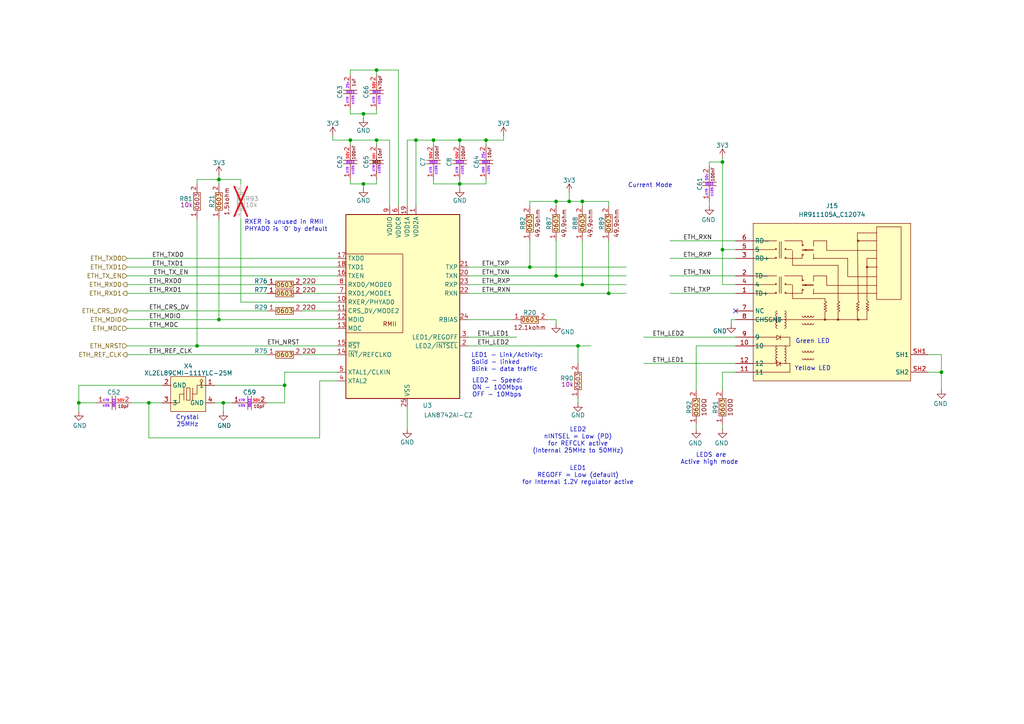
<source format=kicad_sch>
(kicad_sch (version 20250114) (generator "eeschema") (generator_version "9.0")
  (paper "A4")
  (lib_symbols
    (symbol "0603WAF220JT5E (22ohm , 0603)_1"
      (property "Reference" "R29" (at -6.858 1.016 0))
      (symbol "0603WAF220JT5E (22ohm , 0603)_1_0_1"
        (pin input line (at -5.08 0 0) (length 2.54) (name "") (number "1"))
        (pin input line (at 5.08 0 180) (length 2.54) (name "") (number "2"))
      )
      (symbol "0603WAF220JT5E (22ohm , 0603)_1_1_1"
        (text "0603" (at 0 0 0) (effects (font (size 1.27 1.27))))
        (text "22Ω" (at 7.112 1.016 0) (effects (font (size 1.27 1.27))))
      )
    )
    (symbol "easyeda2kicad:0603WAF1002T5E" (pin_names (hide yes))
      (property "Reference" "R" (at 0 5.08 0))
      (property "Value" "0603WAF1002T5E" (at 0 -5.08 0))
      (symbol "0603WAF1002T5E_0_1"
        (pin input line (at -5.08 0 0) (length 2.54) (name "1") (number "1"))
        (pin input line (at 5.08 0 180) (length 2.54) (name "2") (number "2"))
      )
    )
    (symbol "lampelKicadLIB:0603WAF1000T5E (100ohm , 0603)"
      (property "Reference" "R" (at 0 2.032 0))
      (symbol "0603WAF1000T5E (100ohm , 0603)_0_1"
        (pin input line (at -5.08 0 0) (length 2.54) (name "") (number "1"))
        (pin input line (at 5.08 0 180) (length 2.54) (name "") (number "2"))
      )
      (symbol "0603WAF1000T5E (100ohm , 0603)_1_1"
        (text "0603" (at 0 0 0) (effects (font (size 1.27 1.27))))
        (text "100Ω" (at 0 -2.286 0) (effects (font (size 1.27 1.27))))
      )
    )
    (symbol "lampelKicadLIB:0603WAF1212T5E (12.1kohm , 0603)"
      (property "Reference" "R" (at 0 2.032 0))
      (symbol "0603WAF1212T5E (12.1kohm , 0603)_0_1"
        (pin input line (at -5.08 0 0) (length 2.54) (name "") (number "1"))
        (pin input line (at 5.08 0 180) (length 2.54) (name "") (number "2"))
      )
      (symbol "0603WAF1212T5E (12.1kohm , 0603)_1_1"
        (text "0603" (at 0 0 0) (effects (font (size 1.27 1.27))))
        (text "12.1kohm" (at 0 -2.286 0) (effects (font (size 1.27 1.27))))
      )
    )
    (symbol "lampelKicadLIB:0603WAF1501T5E (1.5kohm , 0603)"
      (property "Reference" "R" (at 0 2.032 0))
      (symbol "0603WAF1501T5E (1.5kohm , 0603)_0_1"
        (pin input line (at -5.08 0 0) (length 2.54) (name "") (number "1"))
        (pin input line (at 5.08 0 180) (length 2.54) (name "") (number "2"))
      )
      (symbol "0603WAF1501T5E (1.5kohm , 0603)_1_1"
        (text "0603" (at 0 0 0) (effects (font (size 1.27 1.27))))
        (text "1.5kohm" (at 0 -2.286 0) (effects (font (size 1.27 1.27))))
      )
    )
    (symbol "lampelKicadLIB:0603WAF499JT5E (49.9ohm , 0603)"
      (property "Reference" "R" (at 0 2.032 0))
      (symbol "0603WAF499JT5E (49.9ohm , 0603)_0_1"
        (pin input line (at -5.08 0 0) (length 2.54) (name "") (number "1"))
        (pin input line (at 5.08 0 180) (length 2.54) (name "") (number "2"))
      )
      (symbol "0603WAF499JT5E (49.9ohm , 0603)_1_1"
        (text "0603" (at 0 0 0) (effects (font (size 1.27 1.27))))
        (text "49.9ohm" (at 0 -2.286 0) (effects (font (size 1.27 1.27))))
      )
    )
    (symbol "lampelKicadLIB:CC0603JRNPO9BN100 (10pF , 0603 ,50V ,X7R)"
      (property "Reference" "C" (at 0 3.048 0))
      (symbol "CC0603JRNPO9BN100 (10pF , 0603 ,50V ,X7R)_0_1"
        (pin input line (at -5.08 0 0) (length 2.54) (name "") (number "1"))
        (pin input line (at 5.08 0 180) (length 2.54) (name "") (number "2"))
      )
      (symbol "CC0603JRNPO9BN100 (10pF , 0603 ,50V ,X7R)_1_1"
        (text "X7R" (at -2.286 0.762 0) (effects (font (size 0.635 0.635))))
        (text "±5%" (at -2.286 -0.762 0) (effects (font (size 0.635 0.635))))
        (text "0603" (at 0 0 900) (effects (font (size 0.635 0.635))))
        (text "50V" (at 2.032 0.762 0) (effects (font (size 0.762 0.762))))
        (text "10pF" (at 2.794 -1.016 0) (effects (font (size 0.889 0.889))))
      )
    )
    (symbol "lampelKicadLIB:CC0603KRX7R9BB104 (100nF , 0603 ,50V ,X7R)"
      (property "Reference" "C" (at 0 3.048 0))
      (symbol "CC0603KRX7R9BB104 (100nF , 0603 ,50V ,X7R)_0_1"
        (pin input line (at -5.08 0 0) (length 2.54) (name "") (number "1"))
        (pin input line (at 5.08 0 180) (length 2.54) (name "") (number "2"))
      )
      (symbol "CC0603KRX7R9BB104 (100nF , 0603 ,50V ,X7R)_1_1"
        (text "X7R" (at -2.286 0.762 0) (effects (font (size 0.635 0.635))))
        (text "±10%" (at -2.286 -0.762 0) (effects (font (size 0.635 0.635))))
        (text "0603" (at 0 0 900) (effects (font (size 0.635 0.635))))
        (text "50V" (at 2.032 0.762 0) (effects (font (size 0.762 0.762))))
        (text "100nF" (at 2.794 -1.016 0) (effects (font (size 0.889 0.889))))
      )
    )
    (symbol "lampelKicadLIB:CC0603KRX7R9BB104 (100nf , 0603 ,50v ,X7R)"
      (property "Reference" "C" (at 0 2.794 0))
      (symbol "CC0603KRX7R9BB104 (100nf , 0603 ,50v ,X7R)_0_1"
        (pin unspecified line (at -5.08 0 0) (length 2.54) (name "") (number "1"))
        (pin unspecified line (at 5.08 0 180) (length 2.54) (name "") (number "2"))
      )
      (symbol "CC0603KRX7R9BB104 (100nf , 0603 ,50v ,X7R)_1_1"
        (text "X7R" (at -2.286 0.762 0) (effects (font (size 0.635 0.635))))
        (text "±10%" (at -2.286 -0.762 0) (effects (font (size 0.635 0.635))))
        (text "0603" (at 0 0 900) (effects (font (size 0.635 0.635))))
        (text "50v" (at 2.032 0.762 0) (effects (font (size 0.762 0.762))))
        (text "100nF" (at 2.794 -1.016 0) (effects (font (size 0.889 0.889))))
      )
    )
    (symbol "lampelKicadLIB:CC0603KRX7R9BB471 (470pF , 0603 ,50V ,X7R)"
      (property "Reference" "C" (at 0 3.048 0))
      (symbol "CC0603KRX7R9BB471 (470pF , 0603 ,50V ,X7R)_0_1"
        (pin input line (at -5.08 0 0) (length 2.54) (name "") (number "1"))
        (pin input line (at 5.08 0 180) (length 2.54) (name "") (number "2"))
      )
      (symbol "CC0603KRX7R9BB471 (470pF , 0603 ,50V ,X7R)_1_1"
        (text "X7R" (at -2.286 0.762 0) (effects (font (size 0.635 0.635))))
        (text "±10%" (at -2.286 -0.762 0) (effects (font (size 0.635 0.635))))
        (text "0603" (at 0 0 900) (effects (font (size 0.635 0.635))))
        (text "50V" (at 2.032 0.762 0) (effects (font (size 0.762 0.762))))
        (text "470pF" (at 2.794 -1.016 0) (effects (font (size 0.889 0.889))))
      )
    )
    (symbol "lampelKicadLIB:CL10A106MA8NRNC (10uf , 0603 ,25v ,X5R)"
      (property "Reference" "C" (at 0 2.794 0))
      (symbol "CL10A106MA8NRNC (10uf , 0603 ,25v ,X5R)_0_1"
        (pin unspecified line (at -5.08 0 0) (length 2.54) (name "") (number "1"))
        (pin unspecified line (at 5.08 0 180) (length 2.54) (name "") (number "2"))
      )
      (symbol "CL10A106MA8NRNC (10uf , 0603 ,25v ,X5R)_1_1"
        (text "X5R" (at -2.286 0.762 0) (effects (font (size 0.635 0.635))))
        (text "±20%" (at -2.286 -0.762 0) (effects (font (size 0.635 0.635))))
        (text "0603" (at 0 0 900) (effects (font (size 0.635 0.635))))
        (text "25v" (at 2.032 0.762 0) (effects (font (size 0.762 0.762))))
        (text "10uF" (at 2.794 -1.016 0) (effects (font (size 0.889 0.889))))
      )
    )
    (symbol "lampelKicadLIB:CL10B103KB8NNNC (10nf , 0603 , 50v , X7R)"
      (property "Reference" "C" (at 0 3.048 0))
      (symbol "CL10B103KB8NNNC (10nf , 0603 , 50v , X7R)_0_1"
        (text "50V" (at 1.778 0.762 0) (effects (font (size 0.635 0.635))))
        (pin input line (at -5.08 0 0) (length 2.54) (name "") (number "1"))
        (pin input line (at 5.08 0 180) (length 2.54) (name "") (number "2"))
      )
      (symbol "CL10B103KB8NNNC (10nf , 0603 , 50v , X7R)_1_1"
        (text "±10%" (at -2.032 -0.762 0) (effects (font (size 0.635 0.635))))
        (text "X7R" (at -1.778 0.762 0) (effects (font (size 0.635 0.635))))
        (text "0603" (at 0 0 900) (effects (font (size 0.635 0.635))))
        (text "10nF" (at 2.54 -1.016 0) (effects (font (size 0.889 0.889))))
      )
    )
    (symbol "lampelKicadLIB:CL10B105KA8NNNC (1uf ,0603 ,25v ,X7R)"
      (property "Reference" "C" (at 0 3.048 0))
      (symbol "CL10B105KA8NNNC (1uf ,0603 ,25v ,X7R)_0_1"
        (pin unspecified line (at -5.08 0 0) (length 2.54) (name "") (number "1"))
        (pin unspecified line (at 5.08 0 180) (length 2.54) (name "") (number "2"))
      )
      (symbol "CL10B105KA8NNNC (1uf ,0603 ,25v ,X7R)_1_1"
        (text "X7R" (at -2.286 0.762 0) (effects (font (size 0.635 0.635))))
        (text "±10%" (at -2.286 -0.762 0) (effects (font (size 0.635 0.635))))
        (text "0603" (at 0 0 900) (effects (font (size 0.635 0.635))))
        (text "25v" (at 2.032 0.762 0) (effects (font (size 0.762 0.762))))
        (text "1uF" (at 2.794 -1.016 0) (effects (font (size 0.889 0.889))))
      )
    )
    (symbol "lampelKicadLIB:HR911105A_C12074"
      (property "Reference" "J" (at 0 22.86 0))
      (property "Value" "HR911105A_C12074" (at 0 -25.4 0))
      (symbol "HR911105A_C12074_0_1"
        (pin unspecified line (at -27.94 17.78 0) (length 5.08) (name "RD-") (number "6"))
        (pin unspecified line (at -27.94 15.24 0) (length 5.08) (name "5") (number "5"))
        (pin unspecified line (at -27.94 12.7 0) (length 5.08) (name "RD+") (number "3"))
        (pin unspecified line (at -27.94 7.62 0) (length 5.08) (name "TD-") (number "2"))
        (pin unspecified line (at -27.94 5.08 0) (length 5.08) (name "4") (number "4"))
        (pin unspecified line (at -27.94 2.54 0) (length 5.08) (name "TD+") (number "1"))
        (pin unspecified line (at -27.94 -2.54 0) (length 5.08) (name "NC") (number "7"))
        (pin unspecified line (at -27.94 -5.08 0) (length 5.08) (name "CHSGND") (number "8"))
        (pin unspecified line (at -27.94 -10.16 0) (length 5.08) (name "9") (number "9"))
        (pin unspecified line (at -27.94 -12.7 0) (length 5.08) (name "10") (number "10"))
        (pin unspecified line (at -27.94 -17.78 0) (length 5.08) (name "12") (number "12"))
        (pin unspecified line (at -27.94 -20.32 0) (length 5.08) (name "11") (number "11"))
        (pin unspecified line (at 27.94 -15.24 180) (length 5.08) (name "SH1") (number "SH1"))
        (pin unspecified line (at 27.94 -20.32 180) (length 5.08) (name "SH2") (number "SH2"))
      )
    )
    (symbol "lampelKicadLIB:LAN8742AI-CZ"
      (property "Reference" "U" (at 5.842 -27.432 0))
      (property "Value" "LAN8742AI-CZ" (at 11.938 -30.226 0))
      (symbol "LAN8742AI-CZ_0_0"
        (text "RMII" (at -5.08 -3.81 0) (effects (font (size 1.27 1.27))))
      )
      (symbol "LAN8742AI-CZ_1_1"
        (pin input line (at -20.32 15.24 0) (length 2.54) (name "TXD0") (number "17"))
        (pin input line (at -20.32 12.7 0) (length 2.54) (name "TXD1") (number "18"))
        (pin input line (at -20.32 10.16 0) (length 2.54) (name "TXEN") (number "16"))
        (pin bidirectional line (at -20.32 7.62 0) (length 2.54) (name "RXD0/MODE0") (number "8"))
        (pin bidirectional line (at -20.32 5.08 0) (length 2.54) (name "RXD1/MODE1") (number "7"))
        (pin output line (at -20.32 2.54 0) (length 2.54) (name "RXER/PHYAD0") (number "10"))
        (pin bidirectional line (at -20.32 0 0) (length 2.54) (name "CRS_DV/MODE2") (number "11"))
        (pin bidirectional line (at -20.32 -2.54 0) (length 2.54) (name "MDIO") (number "12"))
        (pin input line (at -20.32 -5.08 0) (length 2.54) (name "MDC") (number "13"))
        (pin input line (at -20.32 -10.16 0) (length 2.54) (name "~{RST}") (number "15"))
        (pin output line (at -20.32 -12.7 0) (length 2.54) (name "~{INT}/REFCLKO") (number "14"))
        (pin input line (at -20.32 -17.78 0) (length 2.54) (name "XTAL1/CLKIN") (number "5"))
        (pin output line (at -20.32 -20.32 0) (length 2.54) (name "XTAL2") (number "4"))
        (pin power_in line (at -5.08 30.48 270) (length 2.54) (name "VDDIO") (number "9"))
        (pin power_in line (at -2.54 30.48 270) (length 2.54) (name "VDDCR") (number "6"))
        (pin power_in line (at 0 30.48 270) (length 2.54) (name "VDD1A") (number "19"))
        (pin power_in line (at 0 -27.94 90) (length 2.54) (name "VSS") (number "25"))
        (pin power_in line (at 2.54 30.48 270) (length 2.54) (name "VDD2A") (number "1"))
        (pin passive line (at 17.78 12.7 180) (length 2.54) (name "TXP") (number "21"))
        (pin passive line (at 17.78 10.16 180) (length 2.54) (name "TXN") (number "20"))
        (pin passive line (at 17.78 7.62 180) (length 2.54) (name "RXP") (number "23"))
        (pin passive line (at 17.78 5.08 180) (length 2.54) (name "RXN") (number "22"))
        (pin passive line (at 17.78 -2.54 180) (length 2.54) (name "RBIAS") (number "24"))
        (pin bidirectional line (at 17.78 -7.62 180) (length 2.54) (name "LED1/REGOFF") (number "3"))
        (pin bidirectional line (at 17.78 -10.16 180) (length 2.54) (name "LED2/~{INTSEL}") (number "2"))
      )
    )
    (symbol "lampelKicadLIB:XL2EL89CMI-111YLC-25M"
      (property "Reference" "X" (at 0 7.62 0))
      (property "Value" "XL2EL89CMI-111YLC-25M" (at 0 -7.62 0))
      (symbol "XL2EL89CMI-111YLC-25M_0_1"
        (pin input line (at -7.62 2.54 0) (length 2.54) (name "GND") (number "4"))
        (pin input line (at -7.62 -2.54 0) (length 2.54) (name "1") (number "1"))
        (pin input line (at 7.62 2.54 180) (length 2.54) (name "3") (number "3"))
        (pin input line (at 7.62 -2.54 180) (length 2.54) (name "GND") (number "2"))
      )
    )
    (symbol "power:GND" (power) (pin_numbers (hide yes)) (pin_names (offset 0) (hide yes))
      (property "Value" "GND" (at 0 -3.81 0))
      (symbol "GND_1_1"
        (pin power_in line (at 0 0 270) (length 0) (name "~") (number "1"))
      )
    )
    (symbol "power:VDD" (power) (pin_numbers (hide yes)) (pin_names (offset 0) (hide yes))
      (property "Value" "VDD" (at 0 3.556 0))
      (symbol "VDD_1_1"
        (pin power_in line (at 0 0 90) (length 0) (name "~") (number "1"))
      )
    )
  )
  (text "LED2 - Speed:\nON - 100Mbps\nOFF - 10Mbps" (at 136.906 112.522 0) (effects (font (size 1.27 1.27)) (justify left)))
  (text "Yellow LED" (at 235.712 106.934 0) (effects (font (size 1.27 1.27))))
  (text "RXER is unused in RMII\nPHYAD0 is '0' by default" (at 70.866 65.532 0) (effects (font (size 1.27 1.27)) (justify left)))
  (text "Green LED" (at 235.712 99.06 0) (effects (font (size 1.27 1.27))))
  (text "Crystal\n25MHz" (at 54.356 122.174 0) (effects (font (size 1.27 1.27))))
  (text "LEDS are\nActive high mode " (at 206.248 133.096 0) (effects (font (size 1.27 1.27))))
  (text "LED1 - Link/Activity:\nSolid - linked\nBlink - data traffic" (at 136.652 105.156 0) (effects (font (size 1.27 1.27)) (justify left)))
  (text "Current Mode" (at 182.118 53.848 0) (effects (font (size 1.27 1.27)) (justify left)))
  (text "LED2\nnINTSEL = Low (PD)\nfor REFCLK active\n(Internal 25MHz to 50MHz)" (at 167.64 127.762 0) (effects (font (size 1.27 1.27))))
  (text "LED1\nREGOFF = Low (default)\nfor Internal 1.2V regulator active\n" (at 167.64 137.922 0) (effects (font (size 1.27 1.27))))
  (junction (at 168.91 58.42))
  (junction (at 168.91 82.55))
  (junction (at 22.86 116.84))
  (junction (at 167.64 100.33))
  (junction (at 57.15 100.33))
  (junction (at 140.97 40.64))
  (junction (at 161.29 58.42))
  (junction (at 125.73 40.64))
  (junction (at 120.65 40.64))
  (junction (at 209.55 72.39))
  (junction (at 105.41 53.34))
  (junction (at 43.18 116.84))
  (junction (at 64.77 116.84))
  (junction (at 273.05 107.95))
  (junction (at 82.55 111.76))
  (junction (at 63.5 52.07))
  (junction (at 109.22 40.64))
  (junction (at 161.29 80.01))
  (junction (at 63.5 92.71))
  (junction (at 101.6 40.64))
  (junction (at 105.41 33.02))
  (junction (at 153.67 77.47))
  (junction (at 133.35 53.34))
  (junction (at 165.1 58.42))
  (junction (at 176.53 85.09))
  (junction (at 133.35 40.64))
  (junction (at 109.22 20.32))
  (junction (at 209.55 46.99))
  (no_connect (at 213.36 90.17))
  (wire (pts (xy 153.67 58.42) (xy 153.67 59.69)))
  (wire (pts (xy 165.1 58.42) (xy 168.91 58.42)))
  (wire (pts (xy 97.79 107.95) (xy 82.55 107.95)))
  (wire (pts (xy 43.18 116.84) (xy 43.18 127)))
  (wire (pts (xy 82.55 111.76) (xy 82.55 116.84)))
  (wire (pts (xy 205.74 46.99) (xy 209.55 46.99)))
  (wire (pts (xy 105.41 53.34) (xy 105.41 54.61)))
  (wire (pts (xy 135.89 92.71) (xy 148.59 92.71)))
  (wire (pts (xy 101.6 52.07) (xy 101.6 53.34)))
  (wire (pts (xy 176.53 85.09) (xy 181.61 85.09)))
  (wire (pts (xy 135.89 97.79) (xy 149.86 97.79)))
  (wire (pts (xy 36.83 95.25) (xy 97.79 95.25)))
  (wire (pts (xy 96.52 40.64) (xy 101.6 40.64)))
  (wire (pts (xy 101.6 40.64) (xy 101.6 41.91)))
  (wire (pts (xy 194.31 69.85) (xy 213.36 69.85)))
  (wire (pts (xy 273.05 102.87) (xy 273.05 107.95)))
  (wire (pts (xy 213.36 100.33) (xy 201.93 100.33)))
  (wire (pts (xy 109.22 20.32) (xy 115.57 20.32)))
  (wire (pts (xy 158.75 92.71) (xy 161.29 92.71)))
  (wire (pts (xy 135.89 100.33) (xy 167.64 100.33)))
  (wire (pts (xy 109.22 40.64) (xy 109.22 41.91)))
  (wire (pts (xy 57.15 63.5) (xy 57.15 100.33)))
  (wire (pts (xy 161.29 58.42) (xy 161.29 59.69)))
  (wire (pts (xy 125.73 40.64) (xy 125.73 41.91)))
  (wire (pts (xy 22.86 116.84) (xy 27.94 116.84)))
  (wire (pts (xy 118.11 40.64) (xy 120.65 40.64)))
  (wire (pts (xy 273.05 107.95) (xy 273.05 113.03)))
  (wire (pts (xy 109.22 33.02) (xy 105.41 33.02)))
  (wire (pts (xy 205.74 48.26) (xy 205.74 46.99)))
  (wire (pts (xy 140.97 40.64) (xy 133.35 40.64)))
  (wire (pts (xy 194.31 74.93) (xy 213.36 74.93)))
  (wire (pts (xy 96.52 40.64) (xy 96.52 39.37)))
  (wire (pts (xy 209.55 123.19) (xy 209.55 124.46)))
  (wire (pts (xy 36.83 100.33) (xy 57.15 100.33)))
  (wire (pts (xy 161.29 80.01) (xy 181.61 80.01)))
  (wire (pts (xy 118.11 118.11) (xy 118.11 124.46)))
  (wire (pts (xy 209.55 72.39) (xy 209.55 82.55)))
  (wire (pts (xy 69.85 63.5) (xy 69.85 87.63)))
  (wire (pts (xy 146.05 40.64) (xy 146.05 39.37)))
  (wire (pts (xy 176.53 69.85) (xy 176.53 85.09)))
  (wire (pts (xy 140.97 52.07) (xy 140.97 53.34)))
  (wire (pts (xy 135.89 77.47) (xy 153.67 77.47)))
  (wire (pts (xy 153.67 69.85) (xy 153.67 77.47)))
  (wire (pts (xy 165.1 55.88) (xy 165.1 58.42)))
  (wire (pts (xy 168.91 82.55) (xy 181.61 82.55)))
  (wire (pts (xy 63.5 63.5) (xy 63.5 92.71)))
  (wire (pts (xy 167.64 115.57) (xy 167.64 116.84)))
  (wire (pts (xy 133.35 53.34) (xy 133.35 54.61)))
  (wire (pts (xy 87.63 85.09) (xy 97.79 85.09)))
  (wire (pts (xy 38.1 116.84) (xy 43.18 116.84)))
  (wire (pts (xy 57.15 100.33) (xy 97.79 100.33)))
  (wire (pts (xy 209.55 82.55) (xy 213.36 82.55)))
  (wire (pts (xy 109.22 53.34) (xy 105.41 53.34)))
  (wire (pts (xy 161.29 58.42) (xy 165.1 58.42)))
  (wire (pts (xy 69.85 53.34) (xy 69.85 52.07)))
  (wire (pts (xy 105.41 33.02) (xy 105.41 34.29)))
  (wire (pts (xy 209.55 46.99) (xy 209.55 45.72)))
  (wire (pts (xy 36.83 102.87) (xy 77.47 102.87)))
  (wire (pts (xy 269.24 107.95) (xy 273.05 107.95)))
  (wire (pts (xy 161.29 92.71) (xy 161.29 93.98)))
  (wire (pts (xy 168.91 58.42) (xy 176.53 58.42)))
  (wire (pts (xy 161.29 69.85) (xy 161.29 80.01)))
  (wire (pts (xy 64.77 116.84) (xy 67.31 116.84)))
  (wire (pts (xy 269.24 102.87) (xy 273.05 102.87)))
  (wire (pts (xy 63.5 92.71) (xy 97.79 92.71)))
  (wire (pts (xy 118.11 59.69) (xy 118.11 40.64)))
  (wire (pts (xy 22.86 111.76) (xy 22.86 116.84)))
  (wire (pts (xy 101.6 20.32) (xy 109.22 20.32)))
  (wire (pts (xy 133.35 52.07) (xy 133.35 53.34)))
  (wire (pts (xy 87.63 82.55) (xy 97.79 82.55)))
  (wire (pts (xy 64.77 116.84) (xy 64.77 119.38)))
  (wire (pts (xy 205.74 58.42) (xy 205.74 59.69)))
  (wire (pts (xy 63.5 52.07) (xy 57.15 52.07)))
  (wire (pts (xy 209.55 46.99) (xy 209.55 72.39)))
  (wire (pts (xy 213.36 107.95) (xy 209.55 107.95)))
  (wire (pts (xy 135.89 80.01) (xy 161.29 80.01)))
  (wire (pts (xy 201.93 100.33) (xy 201.93 113.03)))
  (wire (pts (xy 186.69 105.41) (xy 213.36 105.41)))
  (wire (pts (xy 101.6 20.32) (xy 101.6 21.59)))
  (wire (pts (xy 92.71 110.49) (xy 97.79 110.49)))
  (wire (pts (xy 168.91 69.85) (xy 168.91 82.55)))
  (wire (pts (xy 125.73 52.07) (xy 125.73 53.34)))
  (wire (pts (xy 101.6 31.75) (xy 101.6 33.02)))
  (wire (pts (xy 43.18 116.84) (xy 46.99 116.84)))
  (wire (pts (xy 43.18 127) (xy 92.71 127)))
  (wire (pts (xy 109.22 31.75) (xy 109.22 33.02)))
  (wire (pts (xy 36.83 90.17) (xy 77.47 90.17)))
  (wire (pts (xy 153.67 58.42) (xy 161.29 58.42)))
  (wire (pts (xy 62.23 111.76) (xy 82.55 111.76)))
  (wire (pts (xy 63.5 50.8) (xy 63.5 52.07)))
  (wire (pts (xy 82.55 107.95) (xy 82.55 111.76)))
  (wire (pts (xy 140.97 40.64) (xy 146.05 40.64)))
  (wire (pts (xy 63.5 53.34) (xy 63.5 52.07)))
  (wire (pts (xy 36.83 85.09) (xy 77.47 85.09)))
  (wire (pts (xy 140.97 41.91) (xy 140.97 40.64)))
  (wire (pts (xy 167.64 100.33) (xy 167.64 105.41)))
  (wire (pts (xy 153.67 77.47) (xy 181.61 77.47)))
  (wire (pts (xy 201.93 123.19) (xy 201.93 124.46)))
  (wire (pts (xy 120.65 59.69) (xy 120.65 40.64)))
  (wire (pts (xy 168.91 58.42) (xy 168.91 59.69)))
  (wire (pts (xy 87.63 90.17) (xy 97.79 90.17)))
  (wire (pts (xy 36.83 77.47) (xy 97.79 77.47)))
  (wire (pts (xy 212.09 92.71) (xy 212.09 93.98)))
  (wire (pts (xy 62.23 116.84) (xy 64.77 116.84)))
  (wire (pts (xy 194.31 80.01) (xy 213.36 80.01)))
  (wire (pts (xy 69.85 87.63) (xy 97.79 87.63)))
  (wire (pts (xy 36.83 74.93) (xy 97.79 74.93)))
  (wire (pts (xy 36.83 82.55) (xy 77.47 82.55)))
  (wire (pts (xy 36.83 80.01) (xy 97.79 80.01)))
  (wire (pts (xy 135.89 82.55) (xy 168.91 82.55)))
  (wire (pts (xy 101.6 40.64) (xy 109.22 40.64)))
  (wire (pts (xy 113.03 59.69) (xy 113.03 40.64)))
  (wire (pts (xy 92.71 127) (xy 92.71 110.49)))
  (wire (pts (xy 209.55 107.95) (xy 209.55 113.03)))
  (wire (pts (xy 46.99 111.76) (xy 22.86 111.76)))
  (wire (pts (xy 22.86 116.84) (xy 22.86 119.38)))
  (wire (pts (xy 109.22 20.32) (xy 109.22 21.59)))
  (wire (pts (xy 87.63 102.87) (xy 97.79 102.87)))
  (wire (pts (xy 140.97 53.34) (xy 133.35 53.34)))
  (wire (pts (xy 186.69 97.79) (xy 213.36 97.79)))
  (wire (pts (xy 194.31 85.09) (xy 213.36 85.09)))
  (wire (pts (xy 133.35 40.64) (xy 133.35 41.91)))
  (wire (pts (xy 36.83 92.71) (xy 63.5 92.71)))
  (wire (pts (xy 109.22 40.64) (xy 113.03 40.64)))
  (wire (pts (xy 133.35 40.64) (xy 125.73 40.64)))
  (wire (pts (xy 115.57 20.32) (xy 115.57 59.69)))
  (wire (pts (xy 69.85 52.07) (xy 63.5 52.07)))
  (wire (pts (xy 77.47 116.84) (xy 82.55 116.84)))
  (wire (pts (xy 135.89 85.09) (xy 176.53 85.09)))
  (wire (pts (xy 213.36 72.39) (xy 209.55 72.39)))
  (wire (pts (xy 213.36 92.71) (xy 212.09 92.71)))
  (wire (pts (xy 167.64 100.33) (xy 171.45 100.33)))
  (wire (pts (xy 57.15 52.07) (xy 57.15 53.34)))
  (wire (pts (xy 120.65 40.64) (xy 125.73 40.64)))
  (wire (pts (xy 101.6 33.02) (xy 105.41 33.02)))
  (wire (pts (xy 101.6 53.34) (xy 105.41 53.34)))
  (wire (pts (xy 125.73 53.34) (xy 133.35 53.34)))
  (wire (pts (xy 109.22 52.07) (xy 109.22 53.34)))
  (wire (pts (xy 176.53 58.42) (xy 176.53 59.69)))
  (label "ETH_RXD0" (at 43.18 82.55 0))
  (label "ETH_LED1" (at 189.23 105.41 0))
  (label "ETH_TXN" (at 198.12 80.01 0))
  (label "ETH_NRST" (at 77.47 100.33 0))
  (label "ETH_TXD1" (at 53.34 77.47 180))
  (label "ETH_RXN" (at 139.7 85.09 0))
  (label "ETH_LED2" (at 189.23 97.79 0))
  (label "ETH_TXP" (at 139.7 77.47 0))
  (label "ETH_MDIO" (at 43.18 92.71 0))
  (label "ETH_RXP" (at 198.12 74.93 0))
  (label "ETH_MDC" (at 43.18 95.25 0))
  (label "ETH_RXP" (at 139.7 82.55 0))
  (label "ETH_TXP" (at 198.12 85.09 0))
  (label "ETH_RXN" (at 198.12 69.85 0))
  (label "ETH_LED1" (at 138.43 97.79 0))
  (label "ETH_TXN" (at 139.7 80.01 0))
  (label "ETH_TXD0" (at 53.34 74.93 180))
  (label "ETH_LED2" (at 138.43 100.33 0))
  (label "ETH_CRS_DV" (at 43.18 90.17 0))
  (label "ETH_TX_EN" (at 44.45 80.01 0))
  (label "ETH_REF_CLK" (at 43.18 102.87 0))
  (label "ETH_RXD1" (at 43.18 85.09 0))
  (hierarchical_label "ETH_NRST" (shape input) (at 36.83 100.33 180))
  (hierarchical_label "ETH_RXD0" (shape output) (at 36.83 82.55 180))
  (hierarchical_label "ETH_REF_CLK" (shape output) (at 36.83 102.87 180))
  (hierarchical_label "ETH_RXD1" (shape output) (at 36.83 85.09 180))
  (hierarchical_label "ETH_TXD0" (shape input) (at 36.83 74.93 180))
  (hierarchical_label "ETH_TXD1" (shape input) (at 36.83 77.47 180))
  (hierarchical_label "ETH_TX_EN" (shape input) (at 36.83 80.01 180))
  (hierarchical_label "ETH_MDC" (shape input) (at 36.83 95.25 180))
  (hierarchical_label "ETH_MDIO" (shape bidirectional) (at 36.83 92.71 180))
  (hierarchical_label "ETH_CRS_DV" (shape output) (at 36.83 90.17 180))
  (symbol (lib_id "lampelKicadLIB:CC0603KRX7R9BB471 (470pF , 0603 ,50V ,X7R)") (at 109.22 26.67 90) (unit 1)
    (property "Reference" "C66" (at 106.172 26.67 0))
    (property "Value" "CC0603KRX7R9BB471 (470pF , 0603 ,50V ,X7R)" (effects (hide yes)))
    (property "Footprint" "easyeda2kicad:C0603" (effects (hide yes)))
    (property "Datasheet" "https://www.lcsc.com/product-detail/C107092.html" (effects (hide yes)))
    (property "Description" "470pF ±10% 50V Ceramic Capacitor X7R 0603" (effects (hide yes)))
    (property "LCSC Part" "C107092" (effects (hide yes)))
  )
  (symbol (lib_name "0603WAF220JT5E (22ohm , 0603)_1") (lib_id "lampelKicadLIB:0603WAF220JT5E (22ohm , 0603)") (at 82.55 102.87 0) (unit 1)
    (property "Reference" "R75" (at 75.692 101.854 0))
    (property "Value" "603WAF220JT5E (22ohm , 0603)" (effects (hide yes)))
    (property "Footprint" "easyeda2kicad:R0603" (effects (hide yes)))
    (property "Datasheet" "https://lcsc.com/product-detail/Chip-Resistor-Surface-Mount-UniOhm_22R-22R0-1_C23345.html" (effects (hide yes)))
    (property "Description" "22Ω ±1% 100mW 0603 Thick Film Resistor" (effects (hide yes)))
    (property "LCSC Part" "C23345" (effects (hide yes)))
  )
  (symbol (lib_id "power:GND") (at 273.05 113.03 0) (mirror y) (unit 1)
    (property "Reference" "#PWR0169" (effects (hide yes)))
    (property "Value" "GND" (at 272.796 117.094 0))
    (property "Description" "Power symbol creates a global label with name \"GND\" , ground" (effects (hide yes)))
  )
  (symbol (lib_id "easyeda2kicad:0603WAF1002T5E") (at 57.15 58.42 270) (mirror x) (unit 1)
    (property "Reference" "R81" (at 55.88 57.658 90) (effects (justify right)))
    (property "Value" "0603WAF1002T5E" (effects (hide yes)))
    (property "Footprint" "easyeda2kicad:R0603" (effects (hide yes)))
    (property "Datasheet" "https://lcsc.com/product-detail/Chip-Resistor-Surface-Mount-UniOhm_10KR-1002-1_C25804.html" (effects (hide yes)))
    (property "Description" "10k" (at 54.102 59.436 90))
    (property "LCSC Part" "C25804" (effects (hide yes)))
    (property "Field6" "0603" (at 57.15 58.42 0))
  )
  (symbol (lib_id "easyeda2kicad:0603WAF1002T5E") (at 69.85 58.42 90) (unit 1) (exclude_from_sim yes) (in_bom no) (dnp yes)
    (property "Reference" "R93" (at 71.12 57.658 90) (effects (justify right)))
    (property "Value" "0603WAF1002T5E" (effects (hide yes)))
    (property "Footprint" "easyeda2kicad:R0603" (effects (hide yes)))
    (property "Datasheet" "https://lcsc.com/product-detail/Chip-Resistor-Surface-Mount-UniOhm_10KR-1002-1_C25804.html" (effects (hide yes)))
    (property "Description" "10k" (at 72.898 59.436 90))
    (property "LCSC Part" "C25804" (effects (hide yes)))
    (property "Field6" "0603" (at 69.85 58.42 0))
  )
  (symbol (lib_id "lampelKicadLIB:HR911105A_C12074") (at 241.3 87.63 0) (unit 1)
    (property "Reference" "J15" (at 241.3 59.69 0))
    (property "Value" "HR911105A_C12074" (at 241.3 62.23 0))
    (property "Footprint" "easyeda2kicad:RJ45-TH_HR911105A" (effects (hide yes)))
    (property "Datasheet" "https://www.lcsc.com/product-detail/C12074.html" (effects (hide yes)))
    (property "Description" "Jack Modular Connector RJ45 Through Hole" (effects (hide yes)))
    (property "LCSC Part" "C12074" (effects (hide yes)))
  )
  (symbol (lib_name "0603WAF220JT5E (22ohm , 0603)_1") (lib_id "lampelKicadLIB:0603WAF220JT5E (22ohm , 0603)") (at 82.55 82.55 0) (unit 1)
    (property "Reference" "R76" (at 75.692 81.534 0))
    (property "Value" "603WAF220JT5E (22ohm , 0603)" (effects (hide yes)))
    (property "Footprint" "easyeda2kicad:R0603" (effects (hide yes)))
    (property "Datasheet" "https://lcsc.com/product-detail/Chip-Resistor-Surface-Mount-UniOhm_22R-22R0-1_C23345.html" (effects (hide yes)))
    (property "Description" "22Ω ±1% 100mW 0603 Thick Film Resistor" (effects (hide yes)))
    (property "LCSC Part" "C23345" (effects (hide yes)))
  )
  (symbol (lib_id "power:GND") (at 212.09 93.98 0) (mirror y) (unit 1)
    (property "Reference" "#PWR0171" (effects (hide yes)))
    (property "Value" "GND" (at 208.788 96.012 0))
    (property "Description" "Power symbol creates a global label with name \"GND\" , ground" (effects (hide yes)))
  )
  (symbol (lib_id "lampelKicadLIB:0603WAF1000T5E (100ohm , 0603)") (at 209.55 118.11 90) (unit 1)
    (property "Reference" "R91" (at 207.518 118.11 0))
    (property "Value" "603WAF1000T5E (100ohm , 0603)" (effects (hide yes)))
    (property "Footprint" "easyeda2kicad:R0603" (effects (hide yes)))
    (property "Datasheet" "https://lcsc.com/product-detail/Chip-Resistor-Surface-Mount-UniOhm_100R-1000-1_C22775.html" (effects (hide yes)))
    (property "Description" "100Ω ±1% 100mW 0603 Thick Film Resistor" (effects (hide yes)))
    (property "LCSC Part" "C22775" (effects (hide yes)))
  )
  (symbol (lib_id "lampelKicadLIB:0603WAF499JT5E (49.9ohm , 0603)") (at 176.53 64.77 90) (unit 1)
    (property "Reference" "R89" (at 174.498 64.77 0))
    (property "Value" "0603WAF499JT5E (49.9ohm , 0603)" (effects (hide yes)))
    (property "Footprint" "easyeda2kicad:R0603" (effects (hide yes)))
    (property "Datasheet" "https://www.lcsc.com/product-detail/C23185.html" (effects (hide yes)))
    (property "Description" "49.9Ω ±1% 100mW 0603 Thick Film Resistor" (effects (hide yes)))
    (property "LCSC Part" "C23185" (effects (hide yes)))
  )
  (symbol (lib_id "lampelKicadLIB:CL10B105KA8NNNC (1uf ,0603 ,25v ,X7R)") (at 101.6 26.67 90) (unit 1)
    (property "Reference" "C63" (at 98.552 26.67 0))
    (property "Value" "CL10B105KA8NNNC (1uf ,0603 ,25v ,X7R)" (effects (hide yes)))
    (property "Footprint" "easyeda2kicad:C0603" (effects (hide yes)))
    (property "Datasheet" "https://lcsc.com/product-detail/Multilayer-Ceramic-Capacitors-MLCC-SMD-SMT_SAMSUNG_CL10B105KA8NNNC_1uF-105-10-25V-X7R_C29936.html" (effects (hide yes)))
    (property "Description" "1uF ±10% 25V Ceramic Capacitor X7R 0603" (effects (hide yes)))
    (property "LCSC Part" "C29936" (effects (hide yes)))
  )
  (symbol (lib_id "power:GND") (at 64.77 119.38 0) (unit 1)
    (property "Reference" "#PWR076" (effects (hide yes)))
    (property "Value" "GND" (at 65.024 123.444 0))
    (property "Description" "Power symbol creates a global label with name \"GND\" , ground" (effects (hide yes)))
  )
  (symbol (lib_id "lampelKicadLIB:0603WAF499JT5E (49.9ohm , 0603)") (at 161.29 64.77 90) (unit 1)
    (property "Reference" "R87" (at 159.258 64.77 0))
    (property "Value" "0603WAF499JT5E (49.9ohm , 0603)" (effects (hide yes)))
    (property "Footprint" "easyeda2kicad:R0603" (effects (hide yes)))
    (property "Datasheet" "https://www.lcsc.com/product-detail/C23185.html" (effects (hide yes)))
    (property "Description" "49.9Ω ±1% 100mW 0603 Thick Film Resistor" (effects (hide yes)))
    (property "LCSC Part" "C23185" (effects (hide yes)))
  )
  (symbol (lib_id "lampelKicadLIB:0603WAF1212T5E (12.1kohm , 0603)") (at 153.67 92.71 0) (unit 1)
    (property "Reference" "R20" (at 153.67 90.678 0))
    (property "Value" "0603WAF1212T5E (12.1kohm , 0603)" (effects (hide yes)))
    (property "Footprint" "easyeda2kicad:R0603" (effects (hide yes)))
    (property "Datasheet" "https://www.lcsc.com/product-detail/C22864.html" (effects (hide yes)))
    (property "Description" "12.1kΩ ±1% 100mW 0603 Thick Film Resistor" (effects (hide yes)))
    (property "LCSC Part" "C22864" (effects (hide yes)))
  )
  (symbol (lib_id "power:VDD") (at 209.55 45.72 0) (mirror y) (unit 1)
    (property "Reference" "#PWR0163" (effects (hide yes)))
    (property "Value" "3V3" (at 209.55 42.164 0))
    (property "Description" "Power symbol creates a global label with name \"VDD\"" (effects (hide yes)))
  )
  (symbol (lib_id "lampelKicadLIB:0603WAF499JT5E (49.9ohm , 0603)") (at 153.67 64.77 90) (unit 1)
    (property "Reference" "R82" (at 151.638 64.77 0))
    (property "Value" "0603WAF499JT5E (49.9ohm , 0603)" (effects (hide yes)))
    (property "Footprint" "easyeda2kicad:R0603" (effects (hide yes)))
    (property "Datasheet" "https://www.lcsc.com/product-detail/C23185.html" (effects (hide yes)))
    (property "Description" "49.9Ω ±1% 100mW 0603 Thick Film Resistor" (effects (hide yes)))
    (property "LCSC Part" "C23185" (effects (hide yes)))
  )
  (symbol (lib_id "power:VDD") (at 63.5 50.8 0) (mirror y) (unit 1)
    (property "Reference" "#PWR0155" (effects (hide yes)))
    (property "Value" "3V3" (at 63.5 47.244 0))
    (property "Description" "Power symbol creates a global label with name \"VDD\"" (effects (hide yes)))
  )
  (symbol (lib_id "power:VDD") (at 165.1 55.88 0) (mirror y) (unit 1)
    (property "Reference" "#PWR0162" (effects (hide yes)))
    (property "Value" "3V3" (at 165.1 52.324 0))
    (property "Description" "Power symbol creates a global label with name \"VDD\"" (effects (hide yes)))
  )
  (symbol (lib_id "power:GND") (at 167.64 116.84 0) (mirror y) (unit 1)
    (property "Reference" "#PWR0168" (effects (hide yes)))
    (property "Value" "GND" (at 167.64 120.396 0))
    (property "Description" "Power symbol creates a global label with name \"GND\" , ground" (effects (hide yes)))
  )
  (symbol (lib_id "power:GND") (at 22.86 119.38 0) (unit 1)
    (property "Reference" "#PWR075" (effects (hide yes)))
    (property "Value" "GND" (at 23.114 123.444 0))
    (property "Description" "Power symbol creates a global label with name \"GND\" , ground" (effects (hide yes)))
  )
  (symbol (lib_id "power:GND") (at 201.93 124.46 0) (mirror y) (unit 1)
    (property "Reference" "#PWR0165" (effects (hide yes)))
    (property "Value" "GND" (at 201.676 128.524 0))
    (property "Description" "Power symbol creates a global label with name \"GND\" , ground" (effects (hide yes)))
  )
  (symbol (lib_name "0603WAF220JT5E (22ohm , 0603)_1") (lib_id "lampelKicadLIB:0603WAF220JT5E (22ohm , 0603)") (at 82.55 90.17 0) (unit 1)
    (property "Reference" "R29" (at 75.692 89.154 0))
    (property "Value" "603WAF220JT5E (22ohm , 0603)" (effects (hide yes)))
    (property "Footprint" "easyeda2kicad:R0603" (effects (hide yes)))
    (property "Datasheet" "https://lcsc.com/product-detail/Chip-Resistor-Surface-Mount-UniOhm_22R-22R0-1_C23345.html" (effects (hide yes)))
    (property "Description" "22Ω ±1% 100mW 0603 Thick Film Resistor" (effects (hide yes)))
    (property "LCSC Part" "C23345" (effects (hide yes)))
  )
  (symbol (lib_id "power:GND") (at 209.55 124.46 0) (mirror y) (unit 1)
    (property "Reference" "#PWR0167" (effects (hide yes)))
    (property "Value" "GND" (at 209.296 128.524 0))
    (property "Description" "Power symbol creates a global label with name \"GND\" , ground" (effects (hide yes)))
  )
  (symbol (lib_id "lampelKicadLIB:CC0603KRX7R9BB104 (100nF , 0603 ,50V ,X7R)") (at 125.73 46.99 90) (unit 1)
    (property "Reference" "C7" (at 122.682 46.99 0))
    (property "Value" "CC0603KRX7R9BB104 (100nF , 0603 ,50V ,X7R)" (effects (hide yes)))
    (property "Footprint" "easyeda2kicad:C0603" (effects (hide yes)))
    (property "Datasheet" "https://www.lcsc.com/product-detail/C14663.html" (effects (hide yes)))
    (property "Description" "100nF ±10% 50V Ceramic Capacitor X7R 0603" (effects (hide yes)))
    (property "LCSC Part" "C14663" (effects (hide yes)))
  )
  (symbol (lib_id "lampelKicadLIB:CL10B103KB8NNNC (10nf , 0603 , 50v , X7R)") (at 109.22 46.99 90) (unit 1)
    (property "Reference" "C65" (at 106.172 46.99 0))
    (property "Value" "CL10B103KB8NNNC (10nf , 0603 , 50v , X7R)" (effects (hide yes)))
    (property "Footprint" "easyeda2kicad:C0603" (effects (hide yes)))
    (property "Datasheet" "https://lcsc.com/product-detail/Multilayer-Ceramic-Capacitors-MLCC-SMD-SMT_SAMSUNG_CL10B103KB8NNNC_10nF-103-10-50V_C1589.html" (effects (hide yes)))
    (property "Description" "10nF ±10% 50V Ceramic Capacitor X7R 0603" (effects (hide yes)))
    (property "LCSC Part" "C1589" (effects (hide yes)))
  )
  (symbol (lib_id "lampelKicadLIB:CC0603JRNPO9BN100 (10pF , 0603 ,50V ,X7R)") (at 72.39 116.84 0) (unit 1)
    (property "Reference" "C59" (at 72.39 113.792 0))
    (property "Value" "CC0603JRNPO9BN100 (10pF , 0603 ,50V ,X7R)" (effects (hide yes)))
    (property "Footprint" "easyeda2kicad:C0603" (effects (hide yes)))
    (property "Datasheet" "https://www.lcsc.com/product-detail/C106245.html" (effects (hide yes)))
    (property "Description" "10pF ±5% 50V Ceramic Capacitor NP0 0603" (effects (hide yes)))
    (property "LCSC Part" "C106245" (effects (hide yes)))
  )
  (symbol (lib_id "lampelKicadLIB:0603WAF499JT5E (49.9ohm , 0603)") (at 168.91 64.77 90) (unit 1)
    (property "Reference" "R88" (at 166.878 64.77 0))
    (property "Value" "0603WAF499JT5E (49.9ohm , 0603)" (effects (hide yes)))
    (property "Footprint" "easyeda2kicad:R0603" (effects (hide yes)))
    (property "Datasheet" "https://www.lcsc.com/product-detail/C23185.html" (effects (hide yes)))
    (property "Description" "49.9Ω ±1% 100mW 0603 Thick Film Resistor" (effects (hide yes)))
    (property "LCSC Part" "C23185" (effects (hide yes)))
  )
  (symbol (lib_id "power:VDD") (at 146.05 39.37 0) (mirror y) (unit 1)
    (property "Reference" "#PWR0166" (effects (hide yes)))
    (property "Value" "3V3" (at 146.05 35.814 0))
    (property "Description" "Power symbol creates a global label with name \"VDD\"" (effects (hide yes)))
  )
  (symbol (lib_id "lampelKicadLIB:CC0603KRX7R9BB104 (100nF , 0603 ,50V ,X7R)") (at 101.6 46.99 90) (unit 1)
    (property "Reference" "C62" (at 98.552 46.99 0))
    (property "Value" "CC0603KRX7R9BB104 (100nF , 0603 ,50V ,X7R)" (effects (hide yes)))
    (property "Footprint" "easyeda2kicad:C0603" (effects (hide yes)))
    (property "Datasheet" "https://www.lcsc.com/product-detail/C14663.html" (effects (hide yes)))
    (property "Description" "100nF ±10% 50V Ceramic Capacitor X7R 0603" (effects (hide yes)))
    (property "LCSC Part" "C14663" (effects (hide yes)))
  )
  (symbol (lib_id "lampelKicadLIB:CL10A106MA8NRNC (10uf , 0603 ,25v ,X5R)") (at 140.97 46.99 90) (unit 1)
    (property "Reference" "C64" (at 138.176 46.99 0))
    (property "Value" "CL10A106MA8NRNC (10uf , 0603 ,25v ,X5R)" (effects (hide yes)))
    (property "Footprint" "easyeda2kicad:C0603" (effects (hide yes)))
    (property "Datasheet" "https://lcsc.com/product-detail/Multilayer-Ceramic-Capacitors-MLCC-SMD-SMT_SAMSUNG_CL10A106MA8NRNC_10uF-106-20-25V_C96446.html" (effects (hide yes)))
    (property "Description" "Capacitors 10uF ±20% 25V Ceramic Capacitor X5R 0603" (effects (hide yes)))
    (property "LCSC Part" "C96446" (effects (hide yes)))
  )
  (symbol (lib_id "power:GND") (at 133.35 54.61 0) (mirror y) (unit 1)
    (property "Reference" "#PWR0173" (effects (hide yes)))
    (property "Value" "GND" (at 133.35 58.166 0))
    (property "Description" "Power symbol creates a global label with name \"GND\" , ground" (effects (hide yes)))
  )
  (symbol (lib_name "0603WAF220JT5E (22ohm , 0603)_1") (lib_id "lampelKicadLIB:0603WAF220JT5E (22ohm , 0603)") (at 82.55 85.09 0) (unit 1)
    (property "Reference" "R77" (at 75.692 84.074 0))
    (property "Value" "603WAF220JT5E (22ohm , 0603)" (effects (hide yes)))
    (property "Footprint" "easyeda2kicad:R0603" (effects (hide yes)))
    (property "Datasheet" "https://lcsc.com/product-detail/Chip-Resistor-Surface-Mount-UniOhm_22R-22R0-1_C23345.html" (effects (hide yes)))
    (property "Description" "22Ω ±1% 100mW 0603 Thick Film Resistor" (effects (hide yes)))
    (property "LCSC Part" "C23345" (effects (hide yes)))
  )
  (symbol (lib_id "lampelKicadLIB:0603WAF1000T5E (100ohm , 0603)") (at 201.93 118.11 90) (unit 1)
    (property "Reference" "R92" (at 199.898 118.11 0))
    (property "Value" "603WAF1000T5E (100ohm , 0603)" (effects (hide yes)))
    (property "Footprint" "easyeda2kicad:R0603" (effects (hide yes)))
    (property "Datasheet" "https://lcsc.com/product-detail/Chip-Resistor-Surface-Mount-UniOhm_100R-1000-1_C22775.html" (effects (hide yes)))
    (property "Description" "100Ω ±1% 100mW 0603 Thick Film Resistor" (effects (hide yes)))
    (property "LCSC Part" "C22775" (effects (hide yes)))
  )
  (symbol (lib_id "lampelKicadLIB:CC0603KRX7R9BB104 (100nf , 0603 ,50v ,X7R)") (at 205.74 53.34 90) (unit 1)
    (property "Reference" "C61" (at 202.946 53.34 0))
    (property "Value" "CC0603KRX7R9BB104 (100nf , 0603 ,50v ,X7R)" (effects (hide yes)))
    (property "Footprint" "easyeda2kicad:C0603" (effects (hide yes)))
    (property "Datasheet" "https://lcsc.com/product-detail/Multilayer-Ceramic-Capacitors-MLCC-SMD-SMT_100nF-104-10-50V_C14663.html" (effects (hide yes)))
    (property "Description" "100nF ±10% 50V Ceramic Capacitor X7R 0603" (effects (hide yes)))
    (property "LCSC Part" "C14663" (effects (hide yes)))
  )
  (symbol (lib_id "power:GND") (at 161.29 93.98 0) (unit 1)
    (property "Reference" "#PWR0154" (effects (hide yes)))
    (property "Value" "GND" (at 164.592 96.266 0))
    (property "Description" "Power symbol creates a global label with name \"GND\" , ground" (effects (hide yes)))
  )
  (symbol (lib_id "power:VDD") (at 96.52 39.37 0) (mirror y) (unit 1)
    (property "Reference" "#PWR0174" (effects (hide yes)))
    (property "Value" "3V3" (at 96.52 35.814 0))
    (property "Description" "Power symbol creates a global label with name \"VDD\"" (effects (hide yes)))
  )
  (symbol (lib_id "lampelKicadLIB:0603WAF1501T5E (1.5kohm , 0603)") (at 63.5 58.42 90) (unit 1)
    (property "Reference" "R21" (at 61.468 58.42 0))
    (property "Value" "0603WAF1501T5E (1.5kohm , 0603)" (effects (hide yes)))
    (property "Footprint" "easyeda2kicad:R0603" (effects (hide yes)))
    (property "Datasheet" "https://www.lcsc.com/product-detail/C22843.html" (effects (hide yes)))
    (property "Description" "1.5kΩ ±1% 100mW 0603 Thick Film Resistor" (effects (hide yes)))
    (property "LCSC Part" "C22843" (effects (hide yes)))
  )
  (symbol (lib_id "lampelKicadLIB:CC0603KRX7R9BB104 (100nF , 0603 ,50V ,X7R)") (at 133.35 46.99 90) (unit 1)
    (property "Reference" "C8" (at 130.302 46.99 0))
    (property "Value" "CC0603KRX7R9BB104 (100nF , 0603 ,50V ,X7R)" (effects (hide yes)))
    (property "Footprint" "easyeda2kicad:C0603" (effects (hide yes)))
    (property "Datasheet" "https://www.lcsc.com/product-detail/C14663.html" (effects (hide yes)))
    (property "Description" "100nF ±10% 50V Ceramic Capacitor X7R 0603" (effects (hide yes)))
    (property "LCSC Part" "C14663" (effects (hide yes)))
  )
  (symbol (lib_id "power:GND") (at 118.11 124.46 0) (unit 1)
    (property "Reference" "#PWR0153" (effects (hide yes)))
    (property "Value" "GND" (at 118.11 128.27 0))
    (property "Description" "Power symbol creates a global label with name \"GND\" , ground" (effects (hide yes)))
  )
  (symbol (lib_id "power:GND") (at 205.74 59.69 0) (mirror y) (unit 1)
    (property "Reference" "#PWR0164" (effects (hide yes)))
    (property "Value" "GND" (at 205.486 63.754 0))
    (property "Description" "Power symbol creates a global label with name \"GND\" , ground" (effects (hide yes)))
  )
  (symbol (lib_id "power:GND") (at 105.41 54.61 0) (mirror y) (unit 1)
    (property "Reference" "#PWR0170" (effects (hide yes)))
    (property "Value" "GND" (at 105.41 58.166 0))
    (property "Description" "Power symbol creates a global label with name \"GND\" , ground" (effects (hide yes)))
  )
  (symbol (lib_id "lampelKicadLIB:XL2EL89CMI-111YLC-25M") (at 54.61 114.3 180) (unit 1)
    (property "Reference" "X4" (at 54.61 106.172 0))
    (property "Value" "XL2EL89CMI-111YLC-25M" (at 54.61 108.204 0))
    (property "Footprint" "easyeda2kicad:CRYSTAL-SMD_4P-L3.2-W2.5-BL_SIT8008BI" (effects (hide yes)))
    (property "Datasheet" "https://www.lcsc.com/product-detail/C5444611.html" (effects (hide yes)))
    (property "Description" "Crystal 25MHz ±10ppm 10pF SMD3225-4P" (effects (hide yes)))
    (property "LCSC Part" "C5444611" (effects (hide yes)))
  )
  (symbol (lib_id "easyeda2kicad:0603WAF1002T5E") (at 167.64 110.49 270) (mirror x) (unit 1)
    (property "Reference" "R90" (at 166.37 109.728 90) (effects (justify right)))
    (property "Value" "0603WAF1002T5E" (effects (hide yes)))
    (property "Footprint" "easyeda2kicad:R0603" (effects (hide yes)))
    (property "Datasheet" "https://lcsc.com/product-detail/Chip-Resistor-Surface-Mount-UniOhm_10KR-1002-1_C25804.html" (effects (hide yes)))
    (property "Description" "10k" (at 164.592 111.506 90))
    (property "LCSC Part" "C25804" (effects (hide yes)))
    (property "Field6" "0603" (at 167.64 110.49 0))
  )
  (symbol (lib_id "power:GND") (at 105.41 34.29 0) (mirror y) (unit 1)
    (property "Reference" "#PWR0172" (effects (hide yes)))
    (property "Value" "GND" (at 105.41 37.846 0))
    (property "Description" "Power symbol creates a global label with name \"GND\" , ground" (effects (hide yes)))
  )
  (symbol (lib_id "lampelKicadLIB:LAN8742AI-CZ") (at 118.11 90.17 0) (unit 1)
    (property "Reference" "U3" (at 123.952 117.602 0))
    (property "Value" "LAN8742AI-CZ" (at 130.048 120.396 0))
    (property "Footprint" "easyeda2kicad:QFN-24_L4.0-W4.0-P0.50-BL-EP2.6" (effects (hide yes)))
    (property "Datasheet" "https://www.lcsc.com/product-detail/C153279.html" (effects (hide yes)))
    (property "Description" "1.8V~3.3V PHY Transceiver RMII QFN-24-EP(4x4) Drivers, Receivers, Transceivers RoHS" (effects (hide yes)))
    (property "LCSC Part" "C153279" (effects (hide yes)))
  )
  (symbol (lib_id "lampelKicadLIB:CC0603JRNPO9BN100 (10pF , 0603 ,50V ,X7R)") (at 33.02 116.84 0) (unit 1)
    (property "Reference" "C52" (at 33.02 113.792 0))
    (property "Value" "CC0603JRNPO9BN100 (10pF , 0603 ,50V ,X7R)" (effects (hide yes)))
    (property "Footprint" "easyeda2kicad:C0603" (effects (hide yes)))
    (property "Datasheet" "https://www.lcsc.com/product-detail/C106245.html" (effects (hide yes)))
    (property "Description" "10pF ±5% 50V Ceramic Capacitor NP0 0603" (effects (hide yes)))
    (property "LCSC Part" "C106245" (effects (hide yes)))
  )
)
</source>
